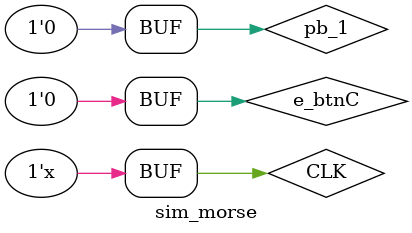
<source format=v>
`timescale 1ns / 1ps

`define DOT e_btnC <= 1; #1_000_000;
`define DASH e_btnC <= 1; #3_000_000;
`define SPACE e_btnC <= 0; #1_000_000;
`define WORD e_btnC <= 0; #7_000_000;

module sim_morse(
    );
    
    // 100MHz clock
    reg CLK = 0;
    always begin
        #5 CLK <= ~CLK;
    end
    
    // 20kHz clock
    wire sample_clk;
    fclk #(.khz(0.005)) fclk(CLK, sample_clk);
    
    reg pb_1;
    wire d_pb_1, dh_pb_1;
    debouncer db(CLK, pb_1, d_pb_1);
    debouncer_hold dbh(CLK, pb_1, dh_pb_1);
    
    reg e_btnC = 0;
    initial begin
      pb_1 = 0;
        #10;
        pb_1=1;
        #20;
        pb_1 = 0;
        #10;
        pb_1=1;
        #30; 
        pb_1 = 0;
        #10;
        pb_1=1;
        #40;
        pb_1 = 0;
        #10;
        pb_1=1;
        #30; 
        pb_1 = 0;
        #10;
        pb_1=1; 
        #1000; 
        pb_1 = 0;
        #10;
        pb_1=1;
        #20;
        pb_1 = 0;
        #10;
        pb_1=1;
        #30; 
        pb_1 = 0;
        #10;
        pb_1=1;
        #40;
        pb_1 = 0; 
        #5;
        `DOT`SPACE`DASH
        `WORD
        `DASH`SPACE`DOT`SPACE`DOT`SPACE`DOT
        `WORD
    end
    
    wire valid;
    wire [5:0] symbol;
    morse morse(
        .CLK(CLK),
        .sample_clk(sample_clk),
        .in(e_btnC),
        .valid(valid),
        .symbol(symbol)
        );
    
endmodule

</source>
